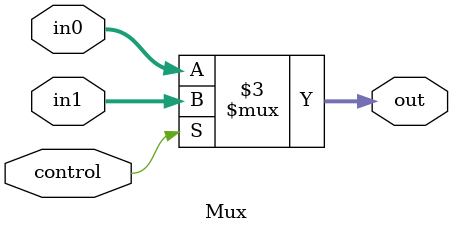
<source format=v>
module Mux (
    input [31:0] in0,  
    input [31:0] in1,
    input control,       
    output reg [31:0] out 
);

    always @(*) begin
        if (control) begin
            out = in1;
        end else begin
            out = in0;
        end
    end
endmodule

</source>
